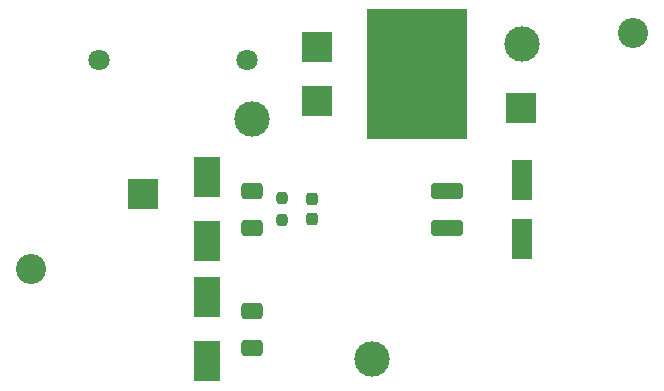
<source format=gbs>
G04 #@! TF.GenerationSoftware,KiCad,Pcbnew,(6.0.10)*
G04 #@! TF.CreationDate,2023-01-16T22:35:13+01:00*
G04 #@! TF.ProjectId,IdealDiode,49646561-6c44-4696-9f64-652e6b696361,rev?*
G04 #@! TF.SameCoordinates,Original*
G04 #@! TF.FileFunction,Soldermask,Bot*
G04 #@! TF.FilePolarity,Negative*
%FSLAX46Y46*%
G04 Gerber Fmt 4.6, Leading zero omitted, Abs format (unit mm)*
G04 Created by KiCad (PCBNEW (6.0.10)) date 2023-01-16 22:35:13*
%MOMM*%
%LPD*%
G01*
G04 APERTURE LIST*
G04 Aperture macros list*
%AMRoundRect*
0 Rectangle with rounded corners*
0 $1 Rounding radius*
0 $2 $3 $4 $5 $6 $7 $8 $9 X,Y pos of 4 corners*
0 Add a 4 corners polygon primitive as box body*
4,1,4,$2,$3,$4,$5,$6,$7,$8,$9,$2,$3,0*
0 Add four circle primitives for the rounded corners*
1,1,$1+$1,$2,$3*
1,1,$1+$1,$4,$5*
1,1,$1+$1,$6,$7*
1,1,$1+$1,$8,$9*
0 Add four rect primitives between the rounded corners*
20,1,$1+$1,$2,$3,$4,$5,0*
20,1,$1+$1,$4,$5,$6,$7,0*
20,1,$1+$1,$6,$7,$8,$9,0*
20,1,$1+$1,$8,$9,$2,$3,0*%
G04 Aperture macros list end*
%ADD10R,2.550000X2.550000*%
%ADD11C,2.550000*%
%ADD12C,1.803400*%
%ADD13RoundRect,0.250000X-0.650000X0.412500X-0.650000X-0.412500X0.650000X-0.412500X0.650000X0.412500X0*%
%ADD14R,2.500000X2.500000*%
%ADD15R,8.500000X11.000000*%
%ADD16R,2.300000X3.500000*%
%ADD17C,3.000000*%
%ADD18RoundRect,0.237500X-0.237500X0.250000X-0.237500X-0.250000X0.237500X-0.250000X0.237500X0.250000X0*%
%ADD19RoundRect,0.250000X-1.100000X0.412500X-1.100000X-0.412500X1.100000X-0.412500X1.100000X0.412500X0*%
%ADD20RoundRect,0.237500X-0.237500X0.300000X-0.237500X-0.300000X0.237500X-0.300000X0.237500X0.300000X0*%
%ADD21R,1.800000X3.500000*%
G04 APERTURE END LIST*
D10*
X119027800Y-83819850D03*
D11*
X109527800Y-90169850D03*
D12*
X127812800Y-72488350D03*
X115316000Y-72488350D03*
D10*
X151025000Y-76535000D03*
D11*
X160525000Y-70185000D03*
D13*
X128270000Y-93687500D03*
X128270000Y-96812500D03*
D14*
X133740000Y-75960000D03*
D15*
X142240000Y-73660000D03*
D14*
X133740000Y-71360000D03*
D16*
X124460000Y-97950000D03*
X124460000Y-92550000D03*
D17*
X138430000Y-97790000D03*
D18*
X130810000Y-84177500D03*
X130810000Y-86002500D03*
D17*
X128270000Y-77470000D03*
D19*
X144780000Y-83527500D03*
X144780000Y-86652500D03*
D17*
X151130000Y-71120000D03*
D16*
X124460000Y-82390000D03*
X124460000Y-87790000D03*
D13*
X128270000Y-83527500D03*
X128270000Y-86652500D03*
D20*
X133350000Y-84227500D03*
X133350000Y-85952500D03*
D21*
X151130000Y-82590000D03*
X151130000Y-87590000D03*
M02*

</source>
